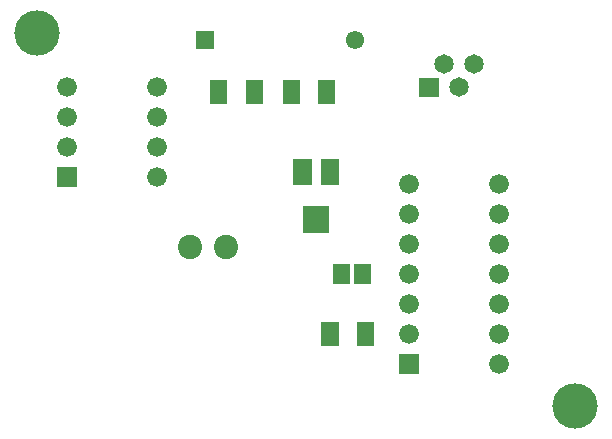
<source format=gbr>
G04 start of page 7 for group -4062 idx -4062 *
G04 Title: (unknown), soldermask *
G04 Creator: pcb 20110918 *
G04 CreationDate: Mon Jun 10 22:15:59 2013 UTC *
G04 For: fosse *
G04 Format: Gerber/RS-274X *
G04 PCB-Dimensions: 200000 148000 *
G04 PCB-Coordinate-Origin: lower left *
%MOIN*%
%FSLAX25Y25*%
%LNBOTTOMMASK*%
%ADD74R,0.0572X0.0572*%
%ADD73R,0.0612X0.0612*%
%ADD72R,0.0612X0.0612*%
%ADD71C,0.0810*%
%ADD70C,0.1510*%
%ADD69C,0.0610*%
%ADD68C,0.0651*%
%ADD67C,0.0660*%
%ADD66C,0.0001*%
G54D66*G36*
X130200Y29300D02*Y22700D01*
X136800D01*
Y29300D01*
X130200D01*
G37*
G54D67*X133500Y36000D03*
Y46000D03*
Y56000D03*
Y66000D03*
Y76000D03*
Y86000D03*
G54D66*G36*
X136904Y121524D02*Y115018D01*
X143410D01*
Y121524D01*
X136904D01*
G37*
G54D68*X145079Y126145D03*
X150000Y118271D03*
X154921Y126145D03*
G54D69*X115500Y134000D03*
G54D67*X163500Y86000D03*
Y76000D03*
Y66000D03*
Y56000D03*
Y46000D03*
Y36000D03*
Y26000D03*
G54D70*X188900Y12100D03*
G54D71*X60500Y65000D03*
X72300D03*
G54D70*X9500Y136500D03*
G54D66*G36*
X16200Y91800D02*Y85200D01*
X22800D01*
Y91800D01*
X16200D01*
G37*
G54D67*X19500Y98500D03*
Y108500D03*
Y118500D03*
X49500D03*
G54D66*G36*
X62450Y137050D02*Y130950D01*
X68550D01*
Y137050D01*
X62450D01*
G37*
G54D67*X49500Y108500D03*
Y98500D03*
Y88500D03*
G54D66*G36*
X98035Y78689D02*Y69815D01*
X106909D01*
Y78689D01*
X98035D01*
G37*
G54D72*X107000Y91378D02*Y88622D01*
G54D73*X97945Y91378D02*Y88623D01*
G54D74*X110914Y56399D02*Y55613D01*
X118000Y56399D02*Y55613D01*
X94121Y118007D02*Y115645D01*
X105931Y118007D02*Y115645D01*
X70026Y117960D02*Y115598D01*
X81836Y117960D02*Y115598D01*
X107095Y37181D02*Y34819D01*
X118905Y37181D02*Y34819D01*
M02*

</source>
